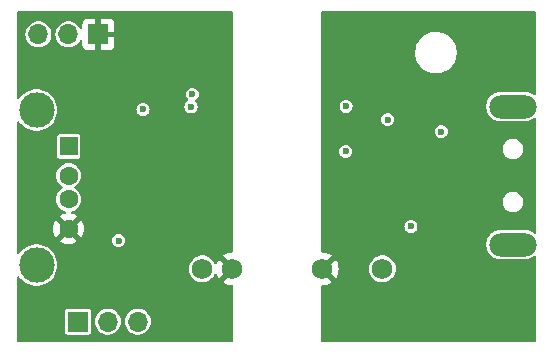
<source format=gbr>
%TF.GenerationSoftware,KiCad,Pcbnew,8.0.1*%
%TF.CreationDate,2024-05-09T21:24:45+03:00*%
%TF.ProjectId,USB_ISOLATOR,5553425f-4953-44f4-9c41-544f522e6b69,rev?*%
%TF.SameCoordinates,Original*%
%TF.FileFunction,Copper,L3,Inr*%
%TF.FilePolarity,Positive*%
%FSLAX46Y46*%
G04 Gerber Fmt 4.6, Leading zero omitted, Abs format (unit mm)*
G04 Created by KiCad (PCBNEW 8.0.1) date 2024-05-09 21:24:45*
%MOMM*%
%LPD*%
G01*
G04 APERTURE LIST*
%TA.AperFunction,ComponentPad*%
%ADD10R,1.700000X1.700000*%
%TD*%
%TA.AperFunction,ComponentPad*%
%ADD11O,1.700000X1.700000*%
%TD*%
%TA.AperFunction,ComponentPad*%
%ADD12O,4.000000X2.000000*%
%TD*%
%TA.AperFunction,ComponentPad*%
%ADD13R,1.500000X1.600000*%
%TD*%
%TA.AperFunction,ComponentPad*%
%ADD14C,1.600000*%
%TD*%
%TA.AperFunction,ComponentPad*%
%ADD15C,3.000000*%
%TD*%
%TA.AperFunction,ComponentPad*%
%ADD16C,1.750000*%
%TD*%
%TA.AperFunction,ViaPad*%
%ADD17C,0.600000*%
%TD*%
G04 APERTURE END LIST*
D10*
%TO.N,+5VA*%
%TO.C,J2*%
X125668800Y-118770400D03*
D11*
%TO.N,Net-(J2-Pin_2)*%
X128208800Y-118770400D03*
%TO.N,N/C*%
X130748800Y-118770400D03*
%TD*%
D10*
%TO.N,GND1*%
%TO.C,J3*%
X127416800Y-94462600D03*
D11*
%TO.N,Net-(J3-Pin_2)*%
X124876800Y-94462600D03*
%TO.N,N/C*%
X122336800Y-94462600D03*
%TD*%
D12*
%TO.N,N/C*%
%TO.C,U7*%
X162509200Y-112261200D03*
X162509200Y-100561200D03*
%TD*%
D13*
%TO.N,+5VA*%
%TO.C,J1*%
X124892400Y-103916600D03*
D14*
%TO.N,/D1-*%
X124892400Y-106416600D03*
%TO.N,/D1+*%
X124892400Y-108416600D03*
%TO.N,GND1*%
X124892400Y-110916600D03*
D15*
%TO.N,unconnected-(J1-Shield-Pad5)*%
X122182400Y-100846600D03*
%TO.N,unconnected-(J1-Shield-Pad5)_0*%
X122182400Y-113986600D03*
%TD*%
D16*
%TO.N,Net-(U3-Vin)*%
%TO.C,U3*%
X136220200Y-114300000D03*
%TO.N,GND1*%
X138760200Y-114300000D03*
%TO.N,GND2*%
X146380200Y-114300000D03*
%TO.N,Net-(U3-Vout)*%
X151460200Y-114300000D03*
%TD*%
D17*
%TO.N,Net-(J2-Pin_2)*%
X135255000Y-100596400D03*
%TO.N,GND1*%
X132791200Y-102108000D03*
X130302000Y-111074200D03*
X136271000Y-101803200D03*
X129717800Y-109829600D03*
X136067800Y-109423200D03*
X129311400Y-95224600D03*
X132537200Y-116027200D03*
X137541000Y-98374200D03*
X137591800Y-110210600D03*
X134645400Y-97917000D03*
X129971800Y-100838000D03*
%TO.N,+5VA*%
X129133600Y-111912400D03*
%TO.N,+5VL*%
X153873200Y-110718600D03*
X156438600Y-102692200D03*
X148386800Y-100533200D03*
%TO.N,GND2*%
X156641800Y-110337600D03*
X148336000Y-101828600D03*
X157302200Y-118084600D03*
X147091400Y-98399600D03*
X146939000Y-110312200D03*
X156540200Y-109397800D03*
X155829000Y-116840000D03*
X149275800Y-97466300D03*
X154736800Y-108686600D03*
X154406600Y-116789200D03*
%TO.N,/SDP_2*%
X148361400Y-104368600D03*
X151917400Y-101676200D03*
%TO.N,Net-(Q1-B)*%
X135356600Y-99517200D03*
X131191000Y-100812600D03*
%TD*%
%TA.AperFunction,Conductor*%
%TO.N,GND1*%
G36*
X138779439Y-92520185D02*
G01*
X138825194Y-92572989D01*
X138836400Y-92624500D01*
X138836400Y-112801000D01*
X138816715Y-112868039D01*
X138763911Y-112913794D01*
X138712400Y-112925000D01*
X138646265Y-112925000D01*
X138421498Y-112962507D01*
X138205980Y-113036495D01*
X138205969Y-113036500D01*
X138005566Y-113144952D01*
X137979215Y-113165461D01*
X137979215Y-113165463D01*
X138630790Y-113817037D01*
X138567207Y-113834075D01*
X138453193Y-113899901D01*
X138360101Y-113992993D01*
X138294275Y-114107007D01*
X138277237Y-114170590D01*
X137627074Y-113520427D01*
X137546779Y-113643330D01*
X137467642Y-113823745D01*
X137422686Y-113877231D01*
X137355950Y-113897921D01*
X137288622Y-113879246D01*
X137243086Y-113829207D01*
X137191186Y-113724979D01*
X137181219Y-113704962D01*
X137055518Y-113538507D01*
X136901371Y-113397984D01*
X136724028Y-113288177D01*
X136724027Y-113288176D01*
X136560838Y-113224957D01*
X136529527Y-113212827D01*
X136324493Y-113174500D01*
X136115907Y-113174500D01*
X135910873Y-113212827D01*
X135910870Y-113212827D01*
X135910870Y-113212828D01*
X135716372Y-113288176D01*
X135716371Y-113288177D01*
X135539027Y-113397985D01*
X135384883Y-113538505D01*
X135259181Y-113704961D01*
X135166207Y-113891677D01*
X135109123Y-114092308D01*
X135089878Y-114299999D01*
X135089878Y-114300000D01*
X135109123Y-114507691D01*
X135109123Y-114507693D01*
X135109124Y-114507696D01*
X135163867Y-114700099D01*
X135166207Y-114708322D01*
X135259180Y-114895036D01*
X135259181Y-114895038D01*
X135384882Y-115061493D01*
X135539029Y-115202016D01*
X135716372Y-115311823D01*
X135910873Y-115387173D01*
X136115907Y-115425500D01*
X136115910Y-115425500D01*
X136324490Y-115425500D01*
X136324493Y-115425500D01*
X136529527Y-115387173D01*
X136724028Y-115311823D01*
X136901371Y-115202016D01*
X137055518Y-115061493D01*
X137181219Y-114895038D01*
X137181220Y-114895036D01*
X137243086Y-114770793D01*
X137290589Y-114719555D01*
X137358252Y-114702134D01*
X137424592Y-114724059D01*
X137467642Y-114776254D01*
X137546779Y-114956669D01*
X137627074Y-115079570D01*
X138277237Y-114429409D01*
X138294275Y-114492993D01*
X138360101Y-114607007D01*
X138453193Y-114700099D01*
X138567207Y-114765925D01*
X138630788Y-114782962D01*
X137979215Y-115434536D01*
X137979215Y-115434538D01*
X138005560Y-115455043D01*
X138005571Y-115455050D01*
X138205969Y-115563499D01*
X138205980Y-115563504D01*
X138421498Y-115637492D01*
X138646265Y-115675000D01*
X138712400Y-115675000D01*
X138779439Y-115694685D01*
X138825194Y-115747489D01*
X138836400Y-115799000D01*
X138836400Y-120375500D01*
X138816715Y-120442539D01*
X138763911Y-120488294D01*
X138712400Y-120499500D01*
X120624500Y-120499500D01*
X120557461Y-120479815D01*
X120511706Y-120427011D01*
X120500500Y-120375500D01*
X120500500Y-119645078D01*
X124568300Y-119645078D01*
X124582832Y-119718135D01*
X124582833Y-119718139D01*
X124582834Y-119718140D01*
X124638199Y-119801001D01*
X124721060Y-119856366D01*
X124721064Y-119856367D01*
X124794121Y-119870899D01*
X124794124Y-119870900D01*
X124794126Y-119870900D01*
X126543476Y-119870900D01*
X126543477Y-119870899D01*
X126616540Y-119856366D01*
X126699401Y-119801001D01*
X126754766Y-119718140D01*
X126769300Y-119645074D01*
X126769300Y-118770400D01*
X127103585Y-118770400D01*
X127122402Y-118973482D01*
X127178217Y-119169647D01*
X127178222Y-119169660D01*
X127269127Y-119352221D01*
X127392037Y-119514981D01*
X127542758Y-119652380D01*
X127542760Y-119652382D01*
X127641941Y-119713792D01*
X127716163Y-119759748D01*
X127906344Y-119833424D01*
X128106824Y-119870900D01*
X128106826Y-119870900D01*
X128310774Y-119870900D01*
X128310776Y-119870900D01*
X128511256Y-119833424D01*
X128701437Y-119759748D01*
X128874841Y-119652381D01*
X129025564Y-119514979D01*
X129148473Y-119352221D01*
X129239382Y-119169650D01*
X129295197Y-118973483D01*
X129314015Y-118770400D01*
X129643585Y-118770400D01*
X129662402Y-118973482D01*
X129718217Y-119169647D01*
X129718222Y-119169660D01*
X129809127Y-119352221D01*
X129932037Y-119514981D01*
X130082758Y-119652380D01*
X130082760Y-119652382D01*
X130181941Y-119713792D01*
X130256163Y-119759748D01*
X130446344Y-119833424D01*
X130646824Y-119870900D01*
X130646826Y-119870900D01*
X130850774Y-119870900D01*
X130850776Y-119870900D01*
X131051256Y-119833424D01*
X131241437Y-119759748D01*
X131414841Y-119652381D01*
X131565564Y-119514979D01*
X131688473Y-119352221D01*
X131779382Y-119169650D01*
X131835197Y-118973483D01*
X131854015Y-118770400D01*
X131835197Y-118567317D01*
X131779382Y-118371150D01*
X131688473Y-118188579D01*
X131565564Y-118025821D01*
X131565562Y-118025818D01*
X131414841Y-117888419D01*
X131414839Y-117888417D01*
X131241442Y-117781055D01*
X131241435Y-117781051D01*
X131134950Y-117739799D01*
X131051256Y-117707376D01*
X130850776Y-117669900D01*
X130646824Y-117669900D01*
X130446344Y-117707376D01*
X130446341Y-117707376D01*
X130446341Y-117707377D01*
X130256164Y-117781051D01*
X130256157Y-117781055D01*
X130082760Y-117888417D01*
X130082758Y-117888419D01*
X129932037Y-118025818D01*
X129809127Y-118188578D01*
X129718222Y-118371139D01*
X129718217Y-118371152D01*
X129662402Y-118567317D01*
X129643585Y-118770399D01*
X129643585Y-118770400D01*
X129314015Y-118770400D01*
X129295197Y-118567317D01*
X129239382Y-118371150D01*
X129148473Y-118188579D01*
X129025564Y-118025821D01*
X129025562Y-118025818D01*
X128874841Y-117888419D01*
X128874839Y-117888417D01*
X128701442Y-117781055D01*
X128701435Y-117781051D01*
X128594950Y-117739799D01*
X128511256Y-117707376D01*
X128310776Y-117669900D01*
X128106824Y-117669900D01*
X127906344Y-117707376D01*
X127906341Y-117707376D01*
X127906341Y-117707377D01*
X127716164Y-117781051D01*
X127716157Y-117781055D01*
X127542760Y-117888417D01*
X127542758Y-117888419D01*
X127392037Y-118025818D01*
X127269127Y-118188578D01*
X127178222Y-118371139D01*
X127178217Y-118371152D01*
X127122402Y-118567317D01*
X127103585Y-118770399D01*
X127103585Y-118770400D01*
X126769300Y-118770400D01*
X126769300Y-117895726D01*
X126769300Y-117895723D01*
X126769299Y-117895721D01*
X126754767Y-117822664D01*
X126754766Y-117822660D01*
X126699401Y-117739799D01*
X126616540Y-117684434D01*
X126616539Y-117684433D01*
X126616535Y-117684432D01*
X126543477Y-117669900D01*
X126543474Y-117669900D01*
X124794126Y-117669900D01*
X124794123Y-117669900D01*
X124721064Y-117684432D01*
X124721060Y-117684433D01*
X124638199Y-117739799D01*
X124582833Y-117822660D01*
X124582832Y-117822664D01*
X124568300Y-117895721D01*
X124568300Y-119645078D01*
X120500500Y-119645078D01*
X120500500Y-115037236D01*
X120520185Y-114970197D01*
X120572989Y-114924442D01*
X120642147Y-114914498D01*
X120705703Y-114943523D01*
X120729083Y-114971842D01*
X120729402Y-114971626D01*
X120731758Y-114975082D01*
X120731889Y-114975240D01*
X120732014Y-114975457D01*
X120732015Y-114975458D01*
X120895598Y-115180585D01*
X121077153Y-115349041D01*
X121087921Y-115359033D01*
X121304696Y-115506828D01*
X121304701Y-115506830D01*
X121304702Y-115506831D01*
X121304703Y-115506832D01*
X121422375Y-115563499D01*
X121541073Y-115620661D01*
X121541074Y-115620661D01*
X121541077Y-115620663D01*
X121791785Y-115697996D01*
X122051218Y-115737100D01*
X122313582Y-115737100D01*
X122573015Y-115697996D01*
X122823723Y-115620663D01*
X123060104Y-115506828D01*
X123276879Y-115359033D01*
X123469205Y-115180581D01*
X123632786Y-114975457D01*
X123763968Y-114748243D01*
X123859820Y-114504016D01*
X123918202Y-114248230D01*
X123918203Y-114248220D01*
X123937808Y-113986604D01*
X123937808Y-113986595D01*
X123918203Y-113724979D01*
X123918202Y-113724974D01*
X123918202Y-113724970D01*
X123859820Y-113469184D01*
X123763968Y-113224957D01*
X123632786Y-112997743D01*
X123469205Y-112792619D01*
X123469204Y-112792618D01*
X123469201Y-112792614D01*
X123276879Y-112614167D01*
X123060104Y-112466372D01*
X123060100Y-112466370D01*
X123060097Y-112466368D01*
X123060096Y-112466367D01*
X122823725Y-112352538D01*
X122823727Y-112352538D01*
X122573023Y-112275206D01*
X122573019Y-112275205D01*
X122573015Y-112275204D01*
X122448223Y-112256394D01*
X122313587Y-112236100D01*
X122313582Y-112236100D01*
X122051218Y-112236100D01*
X122051212Y-112236100D01*
X121889647Y-112260453D01*
X121791785Y-112275204D01*
X121791782Y-112275205D01*
X121791776Y-112275206D01*
X121541073Y-112352538D01*
X121304703Y-112466367D01*
X121304702Y-112466368D01*
X121087920Y-112614167D01*
X120895598Y-112792614D01*
X120732014Y-112997742D01*
X120731885Y-112997967D01*
X120731816Y-112998032D01*
X120729402Y-113001574D01*
X120728643Y-113001057D01*
X120681316Y-113046181D01*
X120612709Y-113059401D01*
X120547845Y-113033431D01*
X120507319Y-112976515D01*
X120500500Y-112935963D01*
X120500500Y-110916602D01*
X123587434Y-110916602D01*
X123607258Y-111143199D01*
X123607260Y-111143210D01*
X123666130Y-111362917D01*
X123666135Y-111362931D01*
X123762263Y-111569078D01*
X123813374Y-111642072D01*
X124429849Y-111025597D01*
X124449770Y-111099943D01*
X124512305Y-111208257D01*
X124600743Y-111296695D01*
X124709057Y-111359230D01*
X124783402Y-111379150D01*
X124166926Y-111995625D01*
X124239913Y-112046732D01*
X124239921Y-112046736D01*
X124446068Y-112142864D01*
X124446082Y-112142869D01*
X124665789Y-112201739D01*
X124665800Y-112201741D01*
X124892398Y-112221566D01*
X124892402Y-112221566D01*
X125118999Y-112201741D01*
X125119010Y-112201739D01*
X125338717Y-112142869D01*
X125338731Y-112142864D01*
X125544878Y-112046736D01*
X125617871Y-111995624D01*
X125534647Y-111912400D01*
X128578350Y-111912400D01*
X128596035Y-112046732D01*
X128597270Y-112056108D01*
X128597271Y-112056112D01*
X128652737Y-112190022D01*
X128652738Y-112190024D01*
X128652739Y-112190025D01*
X128740979Y-112305021D01*
X128855975Y-112393261D01*
X128989891Y-112448730D01*
X129116880Y-112465448D01*
X129133599Y-112467650D01*
X129133600Y-112467650D01*
X129133601Y-112467650D01*
X129148577Y-112465678D01*
X129277309Y-112448730D01*
X129411225Y-112393261D01*
X129526221Y-112305021D01*
X129614461Y-112190025D01*
X129669930Y-112056109D01*
X129688850Y-111912400D01*
X129669930Y-111768691D01*
X129632950Y-111679413D01*
X129614462Y-111634777D01*
X129614461Y-111634776D01*
X129614461Y-111634775D01*
X129526221Y-111519779D01*
X129411225Y-111431539D01*
X129411224Y-111431538D01*
X129411222Y-111431537D01*
X129277312Y-111376071D01*
X129277310Y-111376070D01*
X129277309Y-111376070D01*
X129205454Y-111366610D01*
X129133601Y-111357150D01*
X129133599Y-111357150D01*
X128989891Y-111376070D01*
X128989887Y-111376071D01*
X128855977Y-111431537D01*
X128740979Y-111519779D01*
X128652737Y-111634777D01*
X128597271Y-111768687D01*
X128597270Y-111768691D01*
X128578350Y-111912400D01*
X125534647Y-111912400D01*
X125001397Y-111379150D01*
X125075743Y-111359230D01*
X125184057Y-111296695D01*
X125272495Y-111208257D01*
X125335030Y-111099943D01*
X125354950Y-111025597D01*
X125971424Y-111642071D01*
X126022536Y-111569078D01*
X126118664Y-111362931D01*
X126118669Y-111362917D01*
X126177539Y-111143210D01*
X126177541Y-111143199D01*
X126197366Y-110916602D01*
X126197366Y-110916597D01*
X126177541Y-110690000D01*
X126177539Y-110689989D01*
X126118669Y-110470282D01*
X126118664Y-110470268D01*
X126022536Y-110264121D01*
X126022532Y-110264113D01*
X125971425Y-110191126D01*
X125354950Y-110807601D01*
X125335030Y-110733257D01*
X125272495Y-110624943D01*
X125184057Y-110536505D01*
X125075743Y-110473970D01*
X125001398Y-110454049D01*
X125617872Y-109837574D01*
X125544878Y-109786463D01*
X125338731Y-109690335D01*
X125338719Y-109690331D01*
X125213158Y-109656687D01*
X125153498Y-109620322D01*
X125122969Y-109557475D01*
X125131264Y-109488099D01*
X125175749Y-109434221D01*
X125209252Y-109418253D01*
X125296354Y-109391832D01*
X125478850Y-109294285D01*
X125638810Y-109163010D01*
X125770085Y-109003050D01*
X125867632Y-108820554D01*
X125927700Y-108622534D01*
X125947983Y-108416600D01*
X125927700Y-108210666D01*
X125867632Y-108012646D01*
X125770085Y-107830150D01*
X125718102Y-107766809D01*
X125638810Y-107670189D01*
X125478851Y-107538915D01*
X125454609Y-107525958D01*
X125404765Y-107476996D01*
X125389304Y-107408858D01*
X125413136Y-107343179D01*
X125454609Y-107307242D01*
X125478850Y-107294285D01*
X125638810Y-107163010D01*
X125770085Y-107003050D01*
X125867632Y-106820554D01*
X125927700Y-106622534D01*
X125947983Y-106416600D01*
X125927700Y-106210666D01*
X125867632Y-106012646D01*
X125770085Y-105830150D01*
X125718102Y-105766809D01*
X125638810Y-105670189D01*
X125478852Y-105538917D01*
X125478853Y-105538917D01*
X125478850Y-105538915D01*
X125296354Y-105441368D01*
X125098334Y-105381300D01*
X125098332Y-105381299D01*
X125098334Y-105381299D01*
X124892400Y-105361017D01*
X124686467Y-105381299D01*
X124488443Y-105441369D01*
X124378298Y-105500243D01*
X124305950Y-105538915D01*
X124305948Y-105538916D01*
X124305947Y-105538917D01*
X124145989Y-105670189D01*
X124014717Y-105830147D01*
X123917169Y-106012643D01*
X123857099Y-106210667D01*
X123836817Y-106416600D01*
X123857099Y-106622532D01*
X123857100Y-106622534D01*
X123917168Y-106820554D01*
X124014715Y-107003050D01*
X124014717Y-107003052D01*
X124145989Y-107163010D01*
X124305948Y-107294284D01*
X124330192Y-107307243D01*
X124380035Y-107356206D01*
X124395495Y-107424344D01*
X124371662Y-107490023D01*
X124330192Y-107525957D01*
X124305948Y-107538915D01*
X124145989Y-107670189D01*
X124014717Y-107830147D01*
X123917169Y-108012643D01*
X123857099Y-108210667D01*
X123836817Y-108416600D01*
X123857099Y-108622532D01*
X123857100Y-108622534D01*
X123917168Y-108820554D01*
X124014715Y-109003050D01*
X124014717Y-109003052D01*
X124145989Y-109163010D01*
X124242609Y-109242302D01*
X124305950Y-109294285D01*
X124488446Y-109391832D01*
X124575542Y-109418252D01*
X124633980Y-109456548D01*
X124662437Y-109520360D01*
X124651878Y-109589427D01*
X124605654Y-109641821D01*
X124571641Y-109656687D01*
X124446080Y-109690331D01*
X124446073Y-109690334D01*
X124239916Y-109786466D01*
X124239912Y-109786468D01*
X124166926Y-109837573D01*
X124166926Y-109837574D01*
X124783402Y-110454049D01*
X124709057Y-110473970D01*
X124600743Y-110536505D01*
X124512305Y-110624943D01*
X124449770Y-110733257D01*
X124429849Y-110807601D01*
X123813374Y-110191126D01*
X123813373Y-110191126D01*
X123762268Y-110264112D01*
X123762266Y-110264116D01*
X123666134Y-110470273D01*
X123666130Y-110470282D01*
X123607260Y-110689989D01*
X123607258Y-110690000D01*
X123587434Y-110916597D01*
X123587434Y-110916602D01*
X120500500Y-110916602D01*
X120500500Y-104741278D01*
X123891900Y-104741278D01*
X123906432Y-104814335D01*
X123906433Y-104814339D01*
X123906434Y-104814340D01*
X123961799Y-104897201D01*
X124044660Y-104952566D01*
X124044664Y-104952567D01*
X124117721Y-104967099D01*
X124117724Y-104967100D01*
X124117726Y-104967100D01*
X125667076Y-104967100D01*
X125667077Y-104967099D01*
X125740140Y-104952566D01*
X125823001Y-104897201D01*
X125878366Y-104814340D01*
X125892900Y-104741274D01*
X125892900Y-103091926D01*
X125892900Y-103091923D01*
X125892899Y-103091921D01*
X125878367Y-103018864D01*
X125878366Y-103018860D01*
X125823001Y-102935999D01*
X125740140Y-102880634D01*
X125740139Y-102880633D01*
X125740135Y-102880632D01*
X125667077Y-102866100D01*
X125667074Y-102866100D01*
X124117726Y-102866100D01*
X124117723Y-102866100D01*
X124044664Y-102880632D01*
X124044660Y-102880633D01*
X123961799Y-102935999D01*
X123906433Y-103018860D01*
X123906432Y-103018864D01*
X123891900Y-103091921D01*
X123891900Y-104741278D01*
X120500500Y-104741278D01*
X120500500Y-101897236D01*
X120520185Y-101830197D01*
X120572989Y-101784442D01*
X120642147Y-101774498D01*
X120705703Y-101803523D01*
X120729083Y-101831842D01*
X120729402Y-101831626D01*
X120731758Y-101835082D01*
X120731889Y-101835240D01*
X120732014Y-101835457D01*
X120732015Y-101835458D01*
X120895598Y-102040585D01*
X121077153Y-102209041D01*
X121087921Y-102219033D01*
X121304696Y-102366828D01*
X121304701Y-102366830D01*
X121304702Y-102366831D01*
X121304703Y-102366832D01*
X121430243Y-102427288D01*
X121541073Y-102480661D01*
X121541074Y-102480661D01*
X121541077Y-102480663D01*
X121791785Y-102557996D01*
X122051218Y-102597100D01*
X122313582Y-102597100D01*
X122573015Y-102557996D01*
X122823723Y-102480663D01*
X123060104Y-102366828D01*
X123276879Y-102219033D01*
X123469205Y-102040581D01*
X123632786Y-101835457D01*
X123763968Y-101608243D01*
X123859820Y-101364016D01*
X123918202Y-101108230D01*
X123918203Y-101108220D01*
X123937808Y-100846604D01*
X123937808Y-100846595D01*
X123935260Y-100812600D01*
X130635750Y-100812600D01*
X130654670Y-100956308D01*
X130654671Y-100956312D01*
X130710137Y-101090222D01*
X130710138Y-101090224D01*
X130710139Y-101090225D01*
X130798379Y-101205221D01*
X130913375Y-101293461D01*
X131047291Y-101348930D01*
X131174280Y-101365648D01*
X131190999Y-101367850D01*
X131191000Y-101367850D01*
X131191001Y-101367850D01*
X131205977Y-101365878D01*
X131334709Y-101348930D01*
X131468625Y-101293461D01*
X131583621Y-101205221D01*
X131671861Y-101090225D01*
X131727330Y-100956309D01*
X131746250Y-100812600D01*
X131727330Y-100668891D01*
X131697304Y-100596400D01*
X134699750Y-100596400D01*
X134718670Y-100740108D01*
X134718671Y-100740112D01*
X134774137Y-100874022D01*
X134774138Y-100874024D01*
X134774139Y-100874025D01*
X134862379Y-100989021D01*
X134977375Y-101077261D01*
X135111291Y-101132730D01*
X135238280Y-101149448D01*
X135254999Y-101151650D01*
X135255000Y-101151650D01*
X135255001Y-101151650D01*
X135269977Y-101149678D01*
X135398709Y-101132730D01*
X135532625Y-101077261D01*
X135647621Y-100989021D01*
X135735861Y-100874025D01*
X135791330Y-100740109D01*
X135810250Y-100596400D01*
X135791330Y-100452691D01*
X135740178Y-100329197D01*
X135735862Y-100318777D01*
X135735861Y-100318776D01*
X135735861Y-100318775D01*
X135647621Y-100203779D01*
X135635079Y-100194155D01*
X135593876Y-100137727D01*
X135589722Y-100067981D01*
X135623935Y-100007061D01*
X135635070Y-99997412D01*
X135749221Y-99909821D01*
X135837461Y-99794825D01*
X135892930Y-99660909D01*
X135911850Y-99517200D01*
X135892930Y-99373491D01*
X135837461Y-99239575D01*
X135749221Y-99124579D01*
X135634225Y-99036339D01*
X135634224Y-99036338D01*
X135634222Y-99036337D01*
X135500312Y-98980871D01*
X135500310Y-98980870D01*
X135500309Y-98980870D01*
X135428454Y-98971410D01*
X135356601Y-98961950D01*
X135356599Y-98961950D01*
X135212891Y-98980870D01*
X135212887Y-98980871D01*
X135078977Y-99036337D01*
X134963979Y-99124579D01*
X134875737Y-99239577D01*
X134820271Y-99373487D01*
X134820270Y-99373491D01*
X134801350Y-99517199D01*
X134801350Y-99517200D01*
X134820270Y-99660908D01*
X134820271Y-99660912D01*
X134875737Y-99794822D01*
X134875738Y-99794824D01*
X134875739Y-99794825D01*
X134961186Y-99906181D01*
X134963980Y-99909822D01*
X134976519Y-99919443D01*
X135017722Y-99975871D01*
X135021877Y-100045617D01*
X134987665Y-100106537D01*
X134976520Y-100116194D01*
X134862381Y-100203777D01*
X134774137Y-100318777D01*
X134718671Y-100452687D01*
X134718670Y-100452691D01*
X134699750Y-100596399D01*
X134699750Y-100596400D01*
X131697304Y-100596400D01*
X131671861Y-100534975D01*
X131583621Y-100419979D01*
X131468625Y-100331739D01*
X131468624Y-100331738D01*
X131468622Y-100331737D01*
X131334712Y-100276271D01*
X131334710Y-100276270D01*
X131334709Y-100276270D01*
X131262854Y-100266810D01*
X131191001Y-100257350D01*
X131190999Y-100257350D01*
X131047291Y-100276270D01*
X131047287Y-100276271D01*
X130913377Y-100331737D01*
X130798379Y-100419979D01*
X130710137Y-100534977D01*
X130654671Y-100668887D01*
X130654670Y-100668891D01*
X130635750Y-100812599D01*
X130635750Y-100812600D01*
X123935260Y-100812600D01*
X123918203Y-100584979D01*
X123918202Y-100584974D01*
X123918202Y-100584970D01*
X123859820Y-100329184D01*
X123763968Y-100084957D01*
X123632786Y-99857743D01*
X123469205Y-99652619D01*
X123469204Y-99652618D01*
X123469201Y-99652614D01*
X123276879Y-99474167D01*
X123060104Y-99326372D01*
X123060100Y-99326370D01*
X123060097Y-99326368D01*
X123060096Y-99326367D01*
X122823725Y-99212538D01*
X122823727Y-99212538D01*
X122573023Y-99135206D01*
X122573019Y-99135205D01*
X122573015Y-99135204D01*
X122448223Y-99116394D01*
X122313587Y-99096100D01*
X122313582Y-99096100D01*
X122051218Y-99096100D01*
X122051212Y-99096100D01*
X121889647Y-99120453D01*
X121791785Y-99135204D01*
X121791782Y-99135205D01*
X121791776Y-99135206D01*
X121541073Y-99212538D01*
X121304703Y-99326367D01*
X121304702Y-99326368D01*
X121087920Y-99474167D01*
X120895598Y-99652614D01*
X120732014Y-99857742D01*
X120731885Y-99857967D01*
X120731816Y-99858032D01*
X120729402Y-99861574D01*
X120728643Y-99861057D01*
X120681316Y-99906181D01*
X120612709Y-99919401D01*
X120547845Y-99893431D01*
X120507319Y-99836515D01*
X120500500Y-99795963D01*
X120500500Y-94462600D01*
X121231585Y-94462600D01*
X121250402Y-94665682D01*
X121306217Y-94861847D01*
X121306222Y-94861860D01*
X121397127Y-95044421D01*
X121520037Y-95207181D01*
X121670758Y-95344580D01*
X121670760Y-95344582D01*
X121769941Y-95405992D01*
X121844163Y-95451948D01*
X122034344Y-95525624D01*
X122234824Y-95563100D01*
X122234826Y-95563100D01*
X122438774Y-95563100D01*
X122438776Y-95563100D01*
X122639256Y-95525624D01*
X122829437Y-95451948D01*
X123002841Y-95344581D01*
X123153564Y-95207179D01*
X123276473Y-95044421D01*
X123367382Y-94861850D01*
X123423197Y-94665683D01*
X123442015Y-94462600D01*
X123771585Y-94462600D01*
X123790402Y-94665682D01*
X123846217Y-94861847D01*
X123846222Y-94861860D01*
X123937127Y-95044421D01*
X124060037Y-95207181D01*
X124210758Y-95344580D01*
X124210760Y-95344582D01*
X124309941Y-95405992D01*
X124384163Y-95451948D01*
X124574344Y-95525624D01*
X124774824Y-95563100D01*
X124774826Y-95563100D01*
X124978774Y-95563100D01*
X124978776Y-95563100D01*
X125179256Y-95525624D01*
X125369437Y-95451948D01*
X125542841Y-95344581D01*
X125693564Y-95207179D01*
X125816473Y-95044421D01*
X125816474Y-95044419D01*
X125831800Y-95013641D01*
X125879303Y-94962403D01*
X125946965Y-94944982D01*
X126013306Y-94966907D01*
X126057261Y-95021219D01*
X126066800Y-95068912D01*
X126066800Y-95360444D01*
X126073201Y-95419972D01*
X126073203Y-95419979D01*
X126123445Y-95554686D01*
X126123449Y-95554693D01*
X126209609Y-95669787D01*
X126209612Y-95669790D01*
X126324706Y-95755950D01*
X126324713Y-95755954D01*
X126459420Y-95806196D01*
X126459427Y-95806198D01*
X126518955Y-95812599D01*
X126518972Y-95812600D01*
X127166800Y-95812600D01*
X127166800Y-94895612D01*
X127223807Y-94928525D01*
X127350974Y-94962600D01*
X127482626Y-94962600D01*
X127609793Y-94928525D01*
X127666800Y-94895612D01*
X127666800Y-95812600D01*
X128314628Y-95812600D01*
X128314644Y-95812599D01*
X128374172Y-95806198D01*
X128374179Y-95806196D01*
X128508886Y-95755954D01*
X128508893Y-95755950D01*
X128623987Y-95669790D01*
X128623990Y-95669787D01*
X128710150Y-95554693D01*
X128710154Y-95554686D01*
X128760396Y-95419979D01*
X128760398Y-95419972D01*
X128766799Y-95360444D01*
X128766800Y-95360427D01*
X128766800Y-94712600D01*
X127849812Y-94712600D01*
X127882725Y-94655593D01*
X127916800Y-94528426D01*
X127916800Y-94396774D01*
X127882725Y-94269607D01*
X127849812Y-94212600D01*
X128766800Y-94212600D01*
X128766800Y-93564772D01*
X128766799Y-93564755D01*
X128760398Y-93505227D01*
X128760396Y-93505220D01*
X128710154Y-93370513D01*
X128710150Y-93370506D01*
X128623990Y-93255412D01*
X128623987Y-93255409D01*
X128508893Y-93169249D01*
X128508886Y-93169245D01*
X128374179Y-93119003D01*
X128374172Y-93119001D01*
X128314644Y-93112600D01*
X127666800Y-93112600D01*
X127666800Y-94029588D01*
X127609793Y-93996675D01*
X127482626Y-93962600D01*
X127350974Y-93962600D01*
X127223807Y-93996675D01*
X127166800Y-94029588D01*
X127166800Y-93112600D01*
X126518955Y-93112600D01*
X126459427Y-93119001D01*
X126459420Y-93119003D01*
X126324713Y-93169245D01*
X126324706Y-93169249D01*
X126209612Y-93255409D01*
X126209609Y-93255412D01*
X126123449Y-93370506D01*
X126123445Y-93370513D01*
X126073203Y-93505220D01*
X126073201Y-93505227D01*
X126066800Y-93564755D01*
X126066800Y-93856287D01*
X126047115Y-93923326D01*
X125994311Y-93969081D01*
X125925153Y-93979025D01*
X125861597Y-93950000D01*
X125831800Y-93911560D01*
X125816473Y-93880779D01*
X125693564Y-93718021D01*
X125693562Y-93718018D01*
X125542841Y-93580619D01*
X125542839Y-93580617D01*
X125369442Y-93473255D01*
X125369435Y-93473251D01*
X125274346Y-93436414D01*
X125179256Y-93399576D01*
X124978776Y-93362100D01*
X124774824Y-93362100D01*
X124574344Y-93399576D01*
X124574341Y-93399576D01*
X124574341Y-93399577D01*
X124384164Y-93473251D01*
X124384157Y-93473255D01*
X124210760Y-93580617D01*
X124210758Y-93580619D01*
X124060037Y-93718018D01*
X123937127Y-93880778D01*
X123846222Y-94063339D01*
X123846217Y-94063352D01*
X123790402Y-94259517D01*
X123771585Y-94462599D01*
X123771585Y-94462600D01*
X123442015Y-94462600D01*
X123435915Y-94396774D01*
X123423197Y-94259517D01*
X123409848Y-94212600D01*
X123367382Y-94063350D01*
X123366959Y-94062501D01*
X123310941Y-93950000D01*
X123276473Y-93880779D01*
X123153564Y-93718021D01*
X123153562Y-93718018D01*
X123002841Y-93580619D01*
X123002839Y-93580617D01*
X122829442Y-93473255D01*
X122829435Y-93473251D01*
X122734346Y-93436414D01*
X122639256Y-93399576D01*
X122438776Y-93362100D01*
X122234824Y-93362100D01*
X122034344Y-93399576D01*
X122034341Y-93399576D01*
X122034341Y-93399577D01*
X121844164Y-93473251D01*
X121844157Y-93473255D01*
X121670760Y-93580617D01*
X121670758Y-93580619D01*
X121520037Y-93718018D01*
X121397127Y-93880778D01*
X121306222Y-94063339D01*
X121306217Y-94063352D01*
X121250402Y-94259517D01*
X121231585Y-94462599D01*
X121231585Y-94462600D01*
X120500500Y-94462600D01*
X120500500Y-92624500D01*
X120520185Y-92557461D01*
X120572989Y-92511706D01*
X120624500Y-92500500D01*
X138712400Y-92500500D01*
X138779439Y-92520185D01*
G37*
%TD.AperFunction*%
%TD*%
%TA.AperFunction,Conductor*%
%TO.N,GND2*%
G36*
X164442539Y-92520185D02*
G01*
X164488294Y-92572989D01*
X164499500Y-92624500D01*
X164499500Y-99491628D01*
X164479815Y-99558667D01*
X164427011Y-99604422D01*
X164357853Y-99614366D01*
X164302614Y-99591946D01*
X164164605Y-99491676D01*
X163989229Y-99402317D01*
X163802026Y-99341490D01*
X163607622Y-99310700D01*
X163607617Y-99310700D01*
X161410783Y-99310700D01*
X161410778Y-99310700D01*
X161216373Y-99341490D01*
X161029170Y-99402317D01*
X160853794Y-99491676D01*
X160762941Y-99557685D01*
X160694554Y-99607372D01*
X160694552Y-99607374D01*
X160694551Y-99607374D01*
X160555374Y-99746551D01*
X160555374Y-99746552D01*
X160555372Y-99746554D01*
X160518900Y-99796753D01*
X160439676Y-99905794D01*
X160350317Y-100081170D01*
X160289490Y-100268373D01*
X160258700Y-100462777D01*
X160258700Y-100659622D01*
X160289490Y-100854026D01*
X160350317Y-101041229D01*
X160439676Y-101216605D01*
X160555372Y-101375846D01*
X160694554Y-101515028D01*
X160853795Y-101630724D01*
X160936655Y-101672943D01*
X161029170Y-101720082D01*
X161029172Y-101720082D01*
X161029175Y-101720084D01*
X161129517Y-101752687D01*
X161216373Y-101780909D01*
X161410778Y-101811700D01*
X161410783Y-101811700D01*
X163607622Y-101811700D01*
X163802026Y-101780909D01*
X163989225Y-101720084D01*
X164164605Y-101630724D01*
X164302616Y-101530451D01*
X164368420Y-101506973D01*
X164436474Y-101522798D01*
X164485169Y-101572903D01*
X164499500Y-101630771D01*
X164499500Y-111191628D01*
X164479815Y-111258667D01*
X164427011Y-111304422D01*
X164357853Y-111314366D01*
X164302614Y-111291946D01*
X164164605Y-111191676D01*
X163989229Y-111102317D01*
X163802026Y-111041490D01*
X163607622Y-111010700D01*
X163607617Y-111010700D01*
X161410783Y-111010700D01*
X161410778Y-111010700D01*
X161216373Y-111041490D01*
X161029170Y-111102317D01*
X160853794Y-111191676D01*
X160766737Y-111254928D01*
X160694554Y-111307372D01*
X160694552Y-111307374D01*
X160694551Y-111307374D01*
X160555374Y-111446551D01*
X160555374Y-111446552D01*
X160555372Y-111446554D01*
X160518900Y-111496753D01*
X160439676Y-111605794D01*
X160350317Y-111781170D01*
X160289490Y-111968373D01*
X160258700Y-112162777D01*
X160258700Y-112359622D01*
X160289490Y-112554026D01*
X160350317Y-112741229D01*
X160433923Y-112905315D01*
X160439676Y-112916605D01*
X160555372Y-113075846D01*
X160694554Y-113215028D01*
X160853795Y-113330724D01*
X160936655Y-113372943D01*
X161029170Y-113420082D01*
X161029172Y-113420082D01*
X161029175Y-113420084D01*
X161129517Y-113452687D01*
X161216373Y-113480909D01*
X161410778Y-113511700D01*
X161410783Y-113511700D01*
X163607622Y-113511700D01*
X163802026Y-113480909D01*
X163989225Y-113420084D01*
X164164605Y-113330724D01*
X164302616Y-113230451D01*
X164368420Y-113206973D01*
X164436474Y-113222798D01*
X164485169Y-113272903D01*
X164499500Y-113330771D01*
X164499500Y-120375500D01*
X164479815Y-120442539D01*
X164427011Y-120488294D01*
X164375500Y-120499500D01*
X146377200Y-120499500D01*
X146310161Y-120479815D01*
X146264406Y-120427011D01*
X146253200Y-120375500D01*
X146253200Y-115799000D01*
X146272885Y-115731961D01*
X146325689Y-115686206D01*
X146377200Y-115675000D01*
X146494135Y-115675000D01*
X146718901Y-115637492D01*
X146934419Y-115563504D01*
X146934430Y-115563499D01*
X147134827Y-115455050D01*
X147134833Y-115455046D01*
X147161183Y-115434537D01*
X147161184Y-115434536D01*
X146509610Y-114782962D01*
X146573193Y-114765925D01*
X146687207Y-114700099D01*
X146780299Y-114607007D01*
X146846125Y-114492993D01*
X146863162Y-114429409D01*
X147513323Y-115079571D01*
X147593619Y-114956671D01*
X147685154Y-114747993D01*
X147741094Y-114527093D01*
X147741096Y-114527085D01*
X147759912Y-114300006D01*
X147759912Y-114300000D01*
X150329878Y-114300000D01*
X150349123Y-114507691D01*
X150349123Y-114507693D01*
X150349124Y-114507696D01*
X150403867Y-114700099D01*
X150406207Y-114708322D01*
X150499181Y-114895038D01*
X150624882Y-115061493D01*
X150779029Y-115202016D01*
X150956372Y-115311823D01*
X151150873Y-115387173D01*
X151355907Y-115425500D01*
X151355910Y-115425500D01*
X151564490Y-115425500D01*
X151564493Y-115425500D01*
X151769527Y-115387173D01*
X151964028Y-115311823D01*
X152141371Y-115202016D01*
X152295518Y-115061493D01*
X152421219Y-114895038D01*
X152514194Y-114708319D01*
X152571276Y-114507696D01*
X152590522Y-114300000D01*
X152571276Y-114092304D01*
X152514194Y-113891681D01*
X152421219Y-113704962D01*
X152295518Y-113538507D01*
X152141371Y-113397984D01*
X151964028Y-113288177D01*
X151964027Y-113288176D01*
X151775208Y-113215028D01*
X151769527Y-113212827D01*
X151564493Y-113174500D01*
X151355907Y-113174500D01*
X151150873Y-113212827D01*
X151150870Y-113212827D01*
X151150870Y-113212828D01*
X150956372Y-113288176D01*
X150956371Y-113288177D01*
X150779027Y-113397985D01*
X150624883Y-113538505D01*
X150499181Y-113704961D01*
X150406207Y-113891677D01*
X150349123Y-114092308D01*
X150329878Y-114299999D01*
X150329878Y-114300000D01*
X147759912Y-114300000D01*
X147759912Y-114299993D01*
X147741096Y-114072914D01*
X147741094Y-114072906D01*
X147685154Y-113852006D01*
X147593621Y-113643333D01*
X147513323Y-113520427D01*
X146863162Y-114170589D01*
X146846125Y-114107007D01*
X146780299Y-113992993D01*
X146687207Y-113899901D01*
X146573193Y-113834075D01*
X146509609Y-113817037D01*
X147161183Y-113165462D01*
X147134826Y-113144948D01*
X146934430Y-113036500D01*
X146934419Y-113036495D01*
X146718901Y-112962507D01*
X146494135Y-112925000D01*
X146377200Y-112925000D01*
X146310161Y-112905315D01*
X146264406Y-112852511D01*
X146253200Y-112801000D01*
X146253200Y-110718600D01*
X153317950Y-110718600D01*
X153336870Y-110862308D01*
X153336871Y-110862312D01*
X153392337Y-110996222D01*
X153392338Y-110996224D01*
X153392339Y-110996225D01*
X153480579Y-111111221D01*
X153595575Y-111199461D01*
X153729491Y-111254930D01*
X153856480Y-111271648D01*
X153873199Y-111273850D01*
X153873200Y-111273850D01*
X153873201Y-111273850D01*
X153888177Y-111271878D01*
X154016909Y-111254930D01*
X154150825Y-111199461D01*
X154265821Y-111111221D01*
X154354061Y-110996225D01*
X154409530Y-110862309D01*
X154428450Y-110718600D01*
X154409530Y-110574891D01*
X154354061Y-110440975D01*
X154265821Y-110325979D01*
X154150825Y-110237739D01*
X154150824Y-110237738D01*
X154150822Y-110237737D01*
X154016912Y-110182271D01*
X154016910Y-110182270D01*
X154016909Y-110182270D01*
X153945054Y-110172810D01*
X153873201Y-110163350D01*
X153873199Y-110163350D01*
X153729491Y-110182270D01*
X153729487Y-110182271D01*
X153595577Y-110237737D01*
X153480579Y-110325979D01*
X153392337Y-110440977D01*
X153336871Y-110574887D01*
X153336870Y-110574891D01*
X153317950Y-110718599D01*
X153317950Y-110718600D01*
X146253200Y-110718600D01*
X146253200Y-108745956D01*
X161648700Y-108745956D01*
X161681766Y-108912191D01*
X161681769Y-108912203D01*
X161746631Y-109068795D01*
X161746632Y-109068797D01*
X161840805Y-109209736D01*
X161840808Y-109209740D01*
X161960659Y-109329591D01*
X161960663Y-109329594D01*
X162101600Y-109423766D01*
X162101601Y-109423766D01*
X162101602Y-109423767D01*
X162101604Y-109423768D01*
X162258196Y-109488630D01*
X162258201Y-109488632D01*
X162424443Y-109521699D01*
X162424447Y-109521700D01*
X162424448Y-109521700D01*
X162593953Y-109521700D01*
X162593954Y-109521699D01*
X162760199Y-109488632D01*
X162916800Y-109423766D01*
X163057737Y-109329594D01*
X163177594Y-109209737D01*
X163271766Y-109068800D01*
X163336632Y-108912199D01*
X163369700Y-108745952D01*
X163369700Y-108576448D01*
X163336632Y-108410201D01*
X163271766Y-108253600D01*
X163177594Y-108112663D01*
X163177591Y-108112659D01*
X163057740Y-107992808D01*
X163057736Y-107992805D01*
X162916797Y-107898632D01*
X162916795Y-107898631D01*
X162760203Y-107833769D01*
X162760191Y-107833766D01*
X162593956Y-107800700D01*
X162593952Y-107800700D01*
X162424448Y-107800700D01*
X162424443Y-107800700D01*
X162258208Y-107833766D01*
X162258196Y-107833769D01*
X162101604Y-107898631D01*
X162101602Y-107898632D01*
X161960663Y-107992805D01*
X161960659Y-107992808D01*
X161840808Y-108112659D01*
X161840805Y-108112663D01*
X161746632Y-108253602D01*
X161746631Y-108253604D01*
X161681769Y-108410196D01*
X161681766Y-108410208D01*
X161648700Y-108576443D01*
X161648700Y-108745956D01*
X146253200Y-108745956D01*
X146253200Y-104368600D01*
X147806150Y-104368600D01*
X147825070Y-104512308D01*
X147825071Y-104512312D01*
X147880537Y-104646222D01*
X147880538Y-104646224D01*
X147880539Y-104646225D01*
X147968779Y-104761221D01*
X148083775Y-104849461D01*
X148217691Y-104904930D01*
X148344680Y-104921648D01*
X148361399Y-104923850D01*
X148361400Y-104923850D01*
X148361401Y-104923850D01*
X148376377Y-104921878D01*
X148505109Y-104904930D01*
X148639025Y-104849461D01*
X148754021Y-104761221D01*
X148842261Y-104646225D01*
X148897730Y-104512309D01*
X148916650Y-104368600D01*
X148900503Y-104245956D01*
X161648700Y-104245956D01*
X161681766Y-104412191D01*
X161681769Y-104412203D01*
X161746631Y-104568795D01*
X161746632Y-104568797D01*
X161840805Y-104709736D01*
X161840808Y-104709740D01*
X161960659Y-104829591D01*
X161960663Y-104829594D01*
X162101600Y-104923766D01*
X162101601Y-104923766D01*
X162101602Y-104923767D01*
X162101604Y-104923768D01*
X162258196Y-104988630D01*
X162258201Y-104988632D01*
X162424443Y-105021699D01*
X162424447Y-105021700D01*
X162424448Y-105021700D01*
X162593953Y-105021700D01*
X162593954Y-105021699D01*
X162760199Y-104988632D01*
X162916800Y-104923766D01*
X163057737Y-104829594D01*
X163177594Y-104709737D01*
X163271766Y-104568800D01*
X163336632Y-104412199D01*
X163369700Y-104245952D01*
X163369700Y-104076448D01*
X163336632Y-103910201D01*
X163327327Y-103887737D01*
X163271768Y-103753604D01*
X163271767Y-103753602D01*
X163177594Y-103612663D01*
X163177591Y-103612659D01*
X163057740Y-103492808D01*
X163057736Y-103492805D01*
X162916797Y-103398632D01*
X162916795Y-103398631D01*
X162760203Y-103333769D01*
X162760191Y-103333766D01*
X162593956Y-103300700D01*
X162593952Y-103300700D01*
X162424448Y-103300700D01*
X162424443Y-103300700D01*
X162258208Y-103333766D01*
X162258196Y-103333769D01*
X162101604Y-103398631D01*
X162101602Y-103398632D01*
X161960663Y-103492805D01*
X161960659Y-103492808D01*
X161840808Y-103612659D01*
X161840805Y-103612663D01*
X161746632Y-103753602D01*
X161746631Y-103753604D01*
X161681769Y-103910196D01*
X161681766Y-103910208D01*
X161648700Y-104076443D01*
X161648700Y-104245956D01*
X148900503Y-104245956D01*
X148897730Y-104224891D01*
X148842261Y-104090975D01*
X148754021Y-103975979D01*
X148639025Y-103887739D01*
X148639024Y-103887738D01*
X148639022Y-103887737D01*
X148505112Y-103832271D01*
X148505110Y-103832270D01*
X148505109Y-103832270D01*
X148433254Y-103822810D01*
X148361401Y-103813350D01*
X148361399Y-103813350D01*
X148217691Y-103832270D01*
X148217687Y-103832271D01*
X148083777Y-103887737D01*
X147968779Y-103975979D01*
X147880537Y-104090977D01*
X147825071Y-104224887D01*
X147825070Y-104224891D01*
X147806150Y-104368599D01*
X147806150Y-104368600D01*
X146253200Y-104368600D01*
X146253200Y-102692200D01*
X155883350Y-102692200D01*
X155902270Y-102835908D01*
X155902271Y-102835912D01*
X155957737Y-102969822D01*
X155957738Y-102969824D01*
X155957739Y-102969825D01*
X156045979Y-103084821D01*
X156160975Y-103173061D01*
X156294891Y-103228530D01*
X156421880Y-103245248D01*
X156438599Y-103247450D01*
X156438600Y-103247450D01*
X156438601Y-103247450D01*
X156453577Y-103245478D01*
X156582309Y-103228530D01*
X156716225Y-103173061D01*
X156831221Y-103084821D01*
X156919461Y-102969825D01*
X156974930Y-102835909D01*
X156993850Y-102692200D01*
X156974930Y-102548491D01*
X156919461Y-102414575D01*
X156831221Y-102299579D01*
X156716225Y-102211339D01*
X156716224Y-102211338D01*
X156716222Y-102211337D01*
X156582312Y-102155871D01*
X156582310Y-102155870D01*
X156582309Y-102155870D01*
X156510454Y-102146410D01*
X156438601Y-102136950D01*
X156438599Y-102136950D01*
X156294891Y-102155870D01*
X156294887Y-102155871D01*
X156160977Y-102211337D01*
X156045979Y-102299579D01*
X155957737Y-102414577D01*
X155902271Y-102548487D01*
X155902270Y-102548491D01*
X155883350Y-102692199D01*
X155883350Y-102692200D01*
X146253200Y-102692200D01*
X146253200Y-101676200D01*
X151362150Y-101676200D01*
X151375935Y-101780909D01*
X151381070Y-101819908D01*
X151381071Y-101819912D01*
X151436537Y-101953822D01*
X151436538Y-101953824D01*
X151436539Y-101953825D01*
X151524779Y-102068821D01*
X151639775Y-102157061D01*
X151773691Y-102212530D01*
X151900680Y-102229248D01*
X151917399Y-102231450D01*
X151917400Y-102231450D01*
X151917401Y-102231450D01*
X151932377Y-102229478D01*
X152061109Y-102212530D01*
X152195025Y-102157061D01*
X152310021Y-102068821D01*
X152398261Y-101953825D01*
X152453730Y-101819909D01*
X152472650Y-101676200D01*
X152453730Y-101532491D01*
X152398261Y-101398575D01*
X152310021Y-101283579D01*
X152195025Y-101195339D01*
X152195024Y-101195338D01*
X152195022Y-101195337D01*
X152061112Y-101139871D01*
X152061110Y-101139870D01*
X152061109Y-101139870D01*
X151989254Y-101130410D01*
X151917401Y-101120950D01*
X151917399Y-101120950D01*
X151773691Y-101139870D01*
X151773687Y-101139871D01*
X151639777Y-101195337D01*
X151524779Y-101283579D01*
X151436537Y-101398577D01*
X151381071Y-101532487D01*
X151381070Y-101532491D01*
X151362150Y-101676200D01*
X146253200Y-101676200D01*
X146253200Y-100533200D01*
X147831550Y-100533200D01*
X147848193Y-100659617D01*
X147850470Y-100676908D01*
X147850471Y-100676912D01*
X147905937Y-100810822D01*
X147905938Y-100810824D01*
X147905939Y-100810825D01*
X147994179Y-100925821D01*
X148109175Y-101014061D01*
X148243091Y-101069530D01*
X148370080Y-101086248D01*
X148386799Y-101088450D01*
X148386800Y-101088450D01*
X148386801Y-101088450D01*
X148401777Y-101086478D01*
X148530509Y-101069530D01*
X148664425Y-101014061D01*
X148779421Y-100925821D01*
X148867661Y-100810825D01*
X148923130Y-100676909D01*
X148942050Y-100533200D01*
X148923130Y-100389491D01*
X148886150Y-100300213D01*
X148867662Y-100255577D01*
X148867661Y-100255576D01*
X148867661Y-100255575D01*
X148779421Y-100140579D01*
X148664425Y-100052339D01*
X148664424Y-100052338D01*
X148664422Y-100052337D01*
X148530512Y-99996871D01*
X148530510Y-99996870D01*
X148530509Y-99996870D01*
X148458654Y-99987410D01*
X148386801Y-99977950D01*
X148386799Y-99977950D01*
X148243091Y-99996870D01*
X148243087Y-99996871D01*
X148109177Y-100052337D01*
X147994179Y-100140579D01*
X147905937Y-100255577D01*
X147850471Y-100389487D01*
X147850470Y-100389491D01*
X147840822Y-100462777D01*
X147831550Y-100533200D01*
X146253200Y-100533200D01*
X146253200Y-96115396D01*
X154239500Y-96115396D01*
X154262929Y-96293347D01*
X154269623Y-96344193D01*
X154299488Y-96455650D01*
X154329353Y-96567110D01*
X154417665Y-96780313D01*
X154417669Y-96780323D01*
X154533056Y-96980179D01*
X154673544Y-97163267D01*
X154673550Y-97163274D01*
X154836725Y-97326449D01*
X154836732Y-97326455D01*
X155019820Y-97466943D01*
X155219676Y-97582330D01*
X155219677Y-97582330D01*
X155219680Y-97582332D01*
X155361821Y-97641208D01*
X155432889Y-97670646D01*
X155432890Y-97670646D01*
X155432892Y-97670647D01*
X155655807Y-97730377D01*
X155884611Y-97760500D01*
X155884618Y-97760500D01*
X156115382Y-97760500D01*
X156115389Y-97760500D01*
X156344193Y-97730377D01*
X156567108Y-97670647D01*
X156780320Y-97582332D01*
X156980180Y-97466943D01*
X157163269Y-97326454D01*
X157326454Y-97163269D01*
X157466943Y-96980180D01*
X157582332Y-96780320D01*
X157670647Y-96567108D01*
X157730377Y-96344193D01*
X157760500Y-96115389D01*
X157760500Y-95884611D01*
X157730377Y-95655807D01*
X157670647Y-95432892D01*
X157582332Y-95219680D01*
X157466943Y-95019820D01*
X157326454Y-94836731D01*
X157326449Y-94836725D01*
X157163274Y-94673550D01*
X157163267Y-94673544D01*
X156980179Y-94533056D01*
X156780323Y-94417669D01*
X156780313Y-94417665D01*
X156567110Y-94329353D01*
X156455650Y-94299488D01*
X156344193Y-94269623D01*
X156293347Y-94262929D01*
X156115396Y-94239500D01*
X156115389Y-94239500D01*
X155884611Y-94239500D01*
X155884603Y-94239500D01*
X155681229Y-94266276D01*
X155655807Y-94269623D01*
X155600078Y-94284555D01*
X155432889Y-94329353D01*
X155219686Y-94417665D01*
X155219676Y-94417669D01*
X155019820Y-94533056D01*
X154836732Y-94673544D01*
X154836725Y-94673550D01*
X154673550Y-94836725D01*
X154673544Y-94836732D01*
X154533056Y-95019820D01*
X154417669Y-95219676D01*
X154417665Y-95219686D01*
X154329353Y-95432889D01*
X154269623Y-95655808D01*
X154239500Y-95884603D01*
X154239500Y-96115396D01*
X146253200Y-96115396D01*
X146253200Y-92624500D01*
X146272885Y-92557461D01*
X146325689Y-92511706D01*
X146377200Y-92500500D01*
X164375500Y-92500500D01*
X164442539Y-92520185D01*
G37*
%TD.AperFunction*%
%TD*%
M02*

</source>
